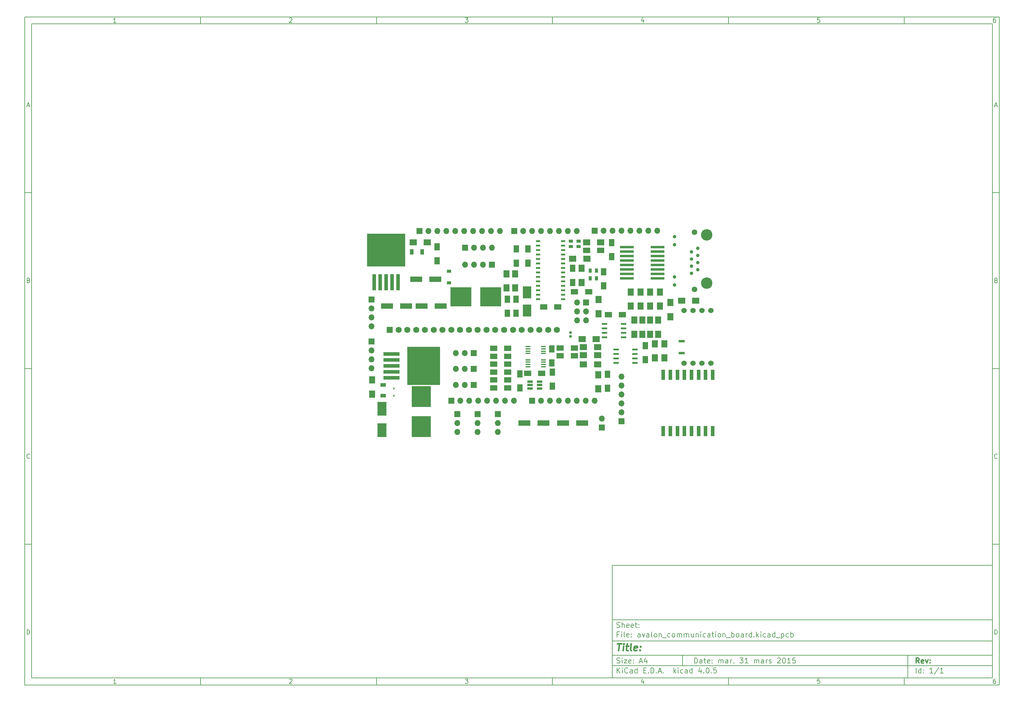
<source format=gts>
G04 #@! TF.FileFunction,Soldermask,Top*
%FSLAX46Y46*%
G04 Gerber Fmt 4.6, Leading zero omitted, Abs format (unit mm)*
G04 Created by KiCad (PCBNEW 4.0.5) date 03/17/18 13:35:14*
%MOMM*%
%LPD*%
G01*
G04 APERTURE LIST*
%ADD10C,0.100000*%
%ADD11C,0.150000*%
%ADD12C,0.300000*%
%ADD13C,0.400000*%
%ADD14R,3.500000X1.600000*%
%ADD15R,1.600000X2.000000*%
%ADD16R,2.000000X1.600000*%
%ADD17R,1.200000X0.900000*%
%ADD18R,1.143000X0.508000*%
%ADD19C,3.250000*%
%ADD20C,1.000000*%
%ADD21C,1.600000*%
%ADD22R,0.720000X0.720000*%
%ADD23R,2.000000X1.700000*%
%ADD24R,6.000000X5.500000*%
%ADD25R,1.700000X1.700000*%
%ADD26O,1.700000X1.700000*%
%ADD27R,1.750000X1.750000*%
%ADD28C,1.750000*%
%ADD29R,1.700000X2.000000*%
%ADD30R,0.900000X1.200000*%
%ADD31R,1.700000X0.800000*%
%ADD32R,4.000000X0.640000*%
%ADD33R,1.100000X4.600000*%
%ADD34R,10.800000X9.400000*%
%ADD35R,1.000000X3.000000*%
%ADD36R,1.560000X0.650000*%
%ADD37R,1.450000X0.450000*%
%ADD38R,1.550000X0.600000*%
%ADD39R,4.600000X1.100000*%
%ADD40R,9.400000X10.800000*%
%ADD41R,2.400000X3.500000*%
%ADD42R,2.500000X4.000000*%
%ADD43R,0.450000X0.600000*%
%ADD44R,5.500000X6.000000*%
%ADD45R,1.600000X1.000000*%
%ADD46R,1.000000X1.600000*%
%ADD47C,1.524000*%
G04 APERTURE END LIST*
D10*
D11*
X177002200Y-166007200D02*
X177002200Y-198007200D01*
X285002200Y-198007200D01*
X285002200Y-166007200D01*
X177002200Y-166007200D01*
D10*
D11*
X10000000Y-10000000D02*
X10000000Y-200007200D01*
X287002200Y-200007200D01*
X287002200Y-10000000D01*
X10000000Y-10000000D01*
D10*
D11*
X12000000Y-12000000D02*
X12000000Y-198007200D01*
X285002200Y-198007200D01*
X285002200Y-12000000D01*
X12000000Y-12000000D01*
D10*
D11*
X60000000Y-12000000D02*
X60000000Y-10000000D01*
D10*
D11*
X110000000Y-12000000D02*
X110000000Y-10000000D01*
D10*
D11*
X160000000Y-12000000D02*
X160000000Y-10000000D01*
D10*
D11*
X210000000Y-12000000D02*
X210000000Y-10000000D01*
D10*
D11*
X260000000Y-12000000D02*
X260000000Y-10000000D01*
D10*
D11*
X35990476Y-11588095D02*
X35247619Y-11588095D01*
X35619048Y-11588095D02*
X35619048Y-10288095D01*
X35495238Y-10473810D01*
X35371429Y-10597619D01*
X35247619Y-10659524D01*
D10*
D11*
X85247619Y-10411905D02*
X85309524Y-10350000D01*
X85433333Y-10288095D01*
X85742857Y-10288095D01*
X85866667Y-10350000D01*
X85928571Y-10411905D01*
X85990476Y-10535714D01*
X85990476Y-10659524D01*
X85928571Y-10845238D01*
X85185714Y-11588095D01*
X85990476Y-11588095D01*
D10*
D11*
X135185714Y-10288095D02*
X135990476Y-10288095D01*
X135557143Y-10783333D01*
X135742857Y-10783333D01*
X135866667Y-10845238D01*
X135928571Y-10907143D01*
X135990476Y-11030952D01*
X135990476Y-11340476D01*
X135928571Y-11464286D01*
X135866667Y-11526190D01*
X135742857Y-11588095D01*
X135371429Y-11588095D01*
X135247619Y-11526190D01*
X135185714Y-11464286D01*
D10*
D11*
X185866667Y-10721429D02*
X185866667Y-11588095D01*
X185557143Y-10226190D02*
X185247619Y-11154762D01*
X186052381Y-11154762D01*
D10*
D11*
X235928571Y-10288095D02*
X235309524Y-10288095D01*
X235247619Y-10907143D01*
X235309524Y-10845238D01*
X235433333Y-10783333D01*
X235742857Y-10783333D01*
X235866667Y-10845238D01*
X235928571Y-10907143D01*
X235990476Y-11030952D01*
X235990476Y-11340476D01*
X235928571Y-11464286D01*
X235866667Y-11526190D01*
X235742857Y-11588095D01*
X235433333Y-11588095D01*
X235309524Y-11526190D01*
X235247619Y-11464286D01*
D10*
D11*
X285866667Y-10288095D02*
X285619048Y-10288095D01*
X285495238Y-10350000D01*
X285433333Y-10411905D01*
X285309524Y-10597619D01*
X285247619Y-10845238D01*
X285247619Y-11340476D01*
X285309524Y-11464286D01*
X285371429Y-11526190D01*
X285495238Y-11588095D01*
X285742857Y-11588095D01*
X285866667Y-11526190D01*
X285928571Y-11464286D01*
X285990476Y-11340476D01*
X285990476Y-11030952D01*
X285928571Y-10907143D01*
X285866667Y-10845238D01*
X285742857Y-10783333D01*
X285495238Y-10783333D01*
X285371429Y-10845238D01*
X285309524Y-10907143D01*
X285247619Y-11030952D01*
D10*
D11*
X60000000Y-198007200D02*
X60000000Y-200007200D01*
D10*
D11*
X110000000Y-198007200D02*
X110000000Y-200007200D01*
D10*
D11*
X160000000Y-198007200D02*
X160000000Y-200007200D01*
D10*
D11*
X210000000Y-198007200D02*
X210000000Y-200007200D01*
D10*
D11*
X260000000Y-198007200D02*
X260000000Y-200007200D01*
D10*
D11*
X35990476Y-199595295D02*
X35247619Y-199595295D01*
X35619048Y-199595295D02*
X35619048Y-198295295D01*
X35495238Y-198481010D01*
X35371429Y-198604819D01*
X35247619Y-198666724D01*
D10*
D11*
X85247619Y-198419105D02*
X85309524Y-198357200D01*
X85433333Y-198295295D01*
X85742857Y-198295295D01*
X85866667Y-198357200D01*
X85928571Y-198419105D01*
X85990476Y-198542914D01*
X85990476Y-198666724D01*
X85928571Y-198852438D01*
X85185714Y-199595295D01*
X85990476Y-199595295D01*
D10*
D11*
X135185714Y-198295295D02*
X135990476Y-198295295D01*
X135557143Y-198790533D01*
X135742857Y-198790533D01*
X135866667Y-198852438D01*
X135928571Y-198914343D01*
X135990476Y-199038152D01*
X135990476Y-199347676D01*
X135928571Y-199471486D01*
X135866667Y-199533390D01*
X135742857Y-199595295D01*
X135371429Y-199595295D01*
X135247619Y-199533390D01*
X135185714Y-199471486D01*
D10*
D11*
X185866667Y-198728629D02*
X185866667Y-199595295D01*
X185557143Y-198233390D02*
X185247619Y-199161962D01*
X186052381Y-199161962D01*
D10*
D11*
X235928571Y-198295295D02*
X235309524Y-198295295D01*
X235247619Y-198914343D01*
X235309524Y-198852438D01*
X235433333Y-198790533D01*
X235742857Y-198790533D01*
X235866667Y-198852438D01*
X235928571Y-198914343D01*
X235990476Y-199038152D01*
X235990476Y-199347676D01*
X235928571Y-199471486D01*
X235866667Y-199533390D01*
X235742857Y-199595295D01*
X235433333Y-199595295D01*
X235309524Y-199533390D01*
X235247619Y-199471486D01*
D10*
D11*
X285866667Y-198295295D02*
X285619048Y-198295295D01*
X285495238Y-198357200D01*
X285433333Y-198419105D01*
X285309524Y-198604819D01*
X285247619Y-198852438D01*
X285247619Y-199347676D01*
X285309524Y-199471486D01*
X285371429Y-199533390D01*
X285495238Y-199595295D01*
X285742857Y-199595295D01*
X285866667Y-199533390D01*
X285928571Y-199471486D01*
X285990476Y-199347676D01*
X285990476Y-199038152D01*
X285928571Y-198914343D01*
X285866667Y-198852438D01*
X285742857Y-198790533D01*
X285495238Y-198790533D01*
X285371429Y-198852438D01*
X285309524Y-198914343D01*
X285247619Y-199038152D01*
D10*
D11*
X10000000Y-60000000D02*
X12000000Y-60000000D01*
D10*
D11*
X10000000Y-110000000D02*
X12000000Y-110000000D01*
D10*
D11*
X10000000Y-160000000D02*
X12000000Y-160000000D01*
D10*
D11*
X10690476Y-35216667D02*
X11309524Y-35216667D01*
X10566667Y-35588095D02*
X11000000Y-34288095D01*
X11433333Y-35588095D01*
D10*
D11*
X11092857Y-84907143D02*
X11278571Y-84969048D01*
X11340476Y-85030952D01*
X11402381Y-85154762D01*
X11402381Y-85340476D01*
X11340476Y-85464286D01*
X11278571Y-85526190D01*
X11154762Y-85588095D01*
X10659524Y-85588095D01*
X10659524Y-84288095D01*
X11092857Y-84288095D01*
X11216667Y-84350000D01*
X11278571Y-84411905D01*
X11340476Y-84535714D01*
X11340476Y-84659524D01*
X11278571Y-84783333D01*
X11216667Y-84845238D01*
X11092857Y-84907143D01*
X10659524Y-84907143D01*
D10*
D11*
X11402381Y-135464286D02*
X11340476Y-135526190D01*
X11154762Y-135588095D01*
X11030952Y-135588095D01*
X10845238Y-135526190D01*
X10721429Y-135402381D01*
X10659524Y-135278571D01*
X10597619Y-135030952D01*
X10597619Y-134845238D01*
X10659524Y-134597619D01*
X10721429Y-134473810D01*
X10845238Y-134350000D01*
X11030952Y-134288095D01*
X11154762Y-134288095D01*
X11340476Y-134350000D01*
X11402381Y-134411905D01*
D10*
D11*
X10659524Y-185588095D02*
X10659524Y-184288095D01*
X10969048Y-184288095D01*
X11154762Y-184350000D01*
X11278571Y-184473810D01*
X11340476Y-184597619D01*
X11402381Y-184845238D01*
X11402381Y-185030952D01*
X11340476Y-185278571D01*
X11278571Y-185402381D01*
X11154762Y-185526190D01*
X10969048Y-185588095D01*
X10659524Y-185588095D01*
D10*
D11*
X287002200Y-60000000D02*
X285002200Y-60000000D01*
D10*
D11*
X287002200Y-110000000D02*
X285002200Y-110000000D01*
D10*
D11*
X287002200Y-160000000D02*
X285002200Y-160000000D01*
D10*
D11*
X285692676Y-35216667D02*
X286311724Y-35216667D01*
X285568867Y-35588095D02*
X286002200Y-34288095D01*
X286435533Y-35588095D01*
D10*
D11*
X286095057Y-84907143D02*
X286280771Y-84969048D01*
X286342676Y-85030952D01*
X286404581Y-85154762D01*
X286404581Y-85340476D01*
X286342676Y-85464286D01*
X286280771Y-85526190D01*
X286156962Y-85588095D01*
X285661724Y-85588095D01*
X285661724Y-84288095D01*
X286095057Y-84288095D01*
X286218867Y-84350000D01*
X286280771Y-84411905D01*
X286342676Y-84535714D01*
X286342676Y-84659524D01*
X286280771Y-84783333D01*
X286218867Y-84845238D01*
X286095057Y-84907143D01*
X285661724Y-84907143D01*
D10*
D11*
X286404581Y-135464286D02*
X286342676Y-135526190D01*
X286156962Y-135588095D01*
X286033152Y-135588095D01*
X285847438Y-135526190D01*
X285723629Y-135402381D01*
X285661724Y-135278571D01*
X285599819Y-135030952D01*
X285599819Y-134845238D01*
X285661724Y-134597619D01*
X285723629Y-134473810D01*
X285847438Y-134350000D01*
X286033152Y-134288095D01*
X286156962Y-134288095D01*
X286342676Y-134350000D01*
X286404581Y-134411905D01*
D10*
D11*
X285661724Y-185588095D02*
X285661724Y-184288095D01*
X285971248Y-184288095D01*
X286156962Y-184350000D01*
X286280771Y-184473810D01*
X286342676Y-184597619D01*
X286404581Y-184845238D01*
X286404581Y-185030952D01*
X286342676Y-185278571D01*
X286280771Y-185402381D01*
X286156962Y-185526190D01*
X285971248Y-185588095D01*
X285661724Y-185588095D01*
D10*
D11*
X200359343Y-193785771D02*
X200359343Y-192285771D01*
X200716486Y-192285771D01*
X200930771Y-192357200D01*
X201073629Y-192500057D01*
X201145057Y-192642914D01*
X201216486Y-192928629D01*
X201216486Y-193142914D01*
X201145057Y-193428629D01*
X201073629Y-193571486D01*
X200930771Y-193714343D01*
X200716486Y-193785771D01*
X200359343Y-193785771D01*
X202502200Y-193785771D02*
X202502200Y-193000057D01*
X202430771Y-192857200D01*
X202287914Y-192785771D01*
X202002200Y-192785771D01*
X201859343Y-192857200D01*
X202502200Y-193714343D02*
X202359343Y-193785771D01*
X202002200Y-193785771D01*
X201859343Y-193714343D01*
X201787914Y-193571486D01*
X201787914Y-193428629D01*
X201859343Y-193285771D01*
X202002200Y-193214343D01*
X202359343Y-193214343D01*
X202502200Y-193142914D01*
X203002200Y-192785771D02*
X203573629Y-192785771D01*
X203216486Y-192285771D02*
X203216486Y-193571486D01*
X203287914Y-193714343D01*
X203430772Y-193785771D01*
X203573629Y-193785771D01*
X204645057Y-193714343D02*
X204502200Y-193785771D01*
X204216486Y-193785771D01*
X204073629Y-193714343D01*
X204002200Y-193571486D01*
X204002200Y-193000057D01*
X204073629Y-192857200D01*
X204216486Y-192785771D01*
X204502200Y-192785771D01*
X204645057Y-192857200D01*
X204716486Y-193000057D01*
X204716486Y-193142914D01*
X204002200Y-193285771D01*
X205359343Y-193642914D02*
X205430771Y-193714343D01*
X205359343Y-193785771D01*
X205287914Y-193714343D01*
X205359343Y-193642914D01*
X205359343Y-193785771D01*
X205359343Y-192857200D02*
X205430771Y-192928629D01*
X205359343Y-193000057D01*
X205287914Y-192928629D01*
X205359343Y-192857200D01*
X205359343Y-193000057D01*
X207216486Y-193785771D02*
X207216486Y-192785771D01*
X207216486Y-192928629D02*
X207287914Y-192857200D01*
X207430772Y-192785771D01*
X207645057Y-192785771D01*
X207787914Y-192857200D01*
X207859343Y-193000057D01*
X207859343Y-193785771D01*
X207859343Y-193000057D02*
X207930772Y-192857200D01*
X208073629Y-192785771D01*
X208287914Y-192785771D01*
X208430772Y-192857200D01*
X208502200Y-193000057D01*
X208502200Y-193785771D01*
X209859343Y-193785771D02*
X209859343Y-193000057D01*
X209787914Y-192857200D01*
X209645057Y-192785771D01*
X209359343Y-192785771D01*
X209216486Y-192857200D01*
X209859343Y-193714343D02*
X209716486Y-193785771D01*
X209359343Y-193785771D01*
X209216486Y-193714343D01*
X209145057Y-193571486D01*
X209145057Y-193428629D01*
X209216486Y-193285771D01*
X209359343Y-193214343D01*
X209716486Y-193214343D01*
X209859343Y-193142914D01*
X210573629Y-193785771D02*
X210573629Y-192785771D01*
X210573629Y-193071486D02*
X210645057Y-192928629D01*
X210716486Y-192857200D01*
X210859343Y-192785771D01*
X211002200Y-192785771D01*
X211502200Y-193642914D02*
X211573628Y-193714343D01*
X211502200Y-193785771D01*
X211430771Y-193714343D01*
X211502200Y-193642914D01*
X211502200Y-193785771D01*
X213216486Y-192285771D02*
X214145057Y-192285771D01*
X213645057Y-192857200D01*
X213859343Y-192857200D01*
X214002200Y-192928629D01*
X214073629Y-193000057D01*
X214145057Y-193142914D01*
X214145057Y-193500057D01*
X214073629Y-193642914D01*
X214002200Y-193714343D01*
X213859343Y-193785771D01*
X213430771Y-193785771D01*
X213287914Y-193714343D01*
X213216486Y-193642914D01*
X215573628Y-193785771D02*
X214716485Y-193785771D01*
X215145057Y-193785771D02*
X215145057Y-192285771D01*
X215002200Y-192500057D01*
X214859342Y-192642914D01*
X214716485Y-192714343D01*
X217359342Y-193785771D02*
X217359342Y-192785771D01*
X217359342Y-192928629D02*
X217430770Y-192857200D01*
X217573628Y-192785771D01*
X217787913Y-192785771D01*
X217930770Y-192857200D01*
X218002199Y-193000057D01*
X218002199Y-193785771D01*
X218002199Y-193000057D02*
X218073628Y-192857200D01*
X218216485Y-192785771D01*
X218430770Y-192785771D01*
X218573628Y-192857200D01*
X218645056Y-193000057D01*
X218645056Y-193785771D01*
X220002199Y-193785771D02*
X220002199Y-193000057D01*
X219930770Y-192857200D01*
X219787913Y-192785771D01*
X219502199Y-192785771D01*
X219359342Y-192857200D01*
X220002199Y-193714343D02*
X219859342Y-193785771D01*
X219502199Y-193785771D01*
X219359342Y-193714343D01*
X219287913Y-193571486D01*
X219287913Y-193428629D01*
X219359342Y-193285771D01*
X219502199Y-193214343D01*
X219859342Y-193214343D01*
X220002199Y-193142914D01*
X220716485Y-193785771D02*
X220716485Y-192785771D01*
X220716485Y-193071486D02*
X220787913Y-192928629D01*
X220859342Y-192857200D01*
X221002199Y-192785771D01*
X221145056Y-192785771D01*
X221573627Y-193714343D02*
X221716484Y-193785771D01*
X222002199Y-193785771D01*
X222145056Y-193714343D01*
X222216484Y-193571486D01*
X222216484Y-193500057D01*
X222145056Y-193357200D01*
X222002199Y-193285771D01*
X221787913Y-193285771D01*
X221645056Y-193214343D01*
X221573627Y-193071486D01*
X221573627Y-193000057D01*
X221645056Y-192857200D01*
X221787913Y-192785771D01*
X222002199Y-192785771D01*
X222145056Y-192857200D01*
X223930770Y-192428629D02*
X224002199Y-192357200D01*
X224145056Y-192285771D01*
X224502199Y-192285771D01*
X224645056Y-192357200D01*
X224716485Y-192428629D01*
X224787913Y-192571486D01*
X224787913Y-192714343D01*
X224716485Y-192928629D01*
X223859342Y-193785771D01*
X224787913Y-193785771D01*
X225716484Y-192285771D02*
X225859341Y-192285771D01*
X226002198Y-192357200D01*
X226073627Y-192428629D01*
X226145056Y-192571486D01*
X226216484Y-192857200D01*
X226216484Y-193214343D01*
X226145056Y-193500057D01*
X226073627Y-193642914D01*
X226002198Y-193714343D01*
X225859341Y-193785771D01*
X225716484Y-193785771D01*
X225573627Y-193714343D01*
X225502198Y-193642914D01*
X225430770Y-193500057D01*
X225359341Y-193214343D01*
X225359341Y-192857200D01*
X225430770Y-192571486D01*
X225502198Y-192428629D01*
X225573627Y-192357200D01*
X225716484Y-192285771D01*
X227645055Y-193785771D02*
X226787912Y-193785771D01*
X227216484Y-193785771D02*
X227216484Y-192285771D01*
X227073627Y-192500057D01*
X226930769Y-192642914D01*
X226787912Y-192714343D01*
X229002198Y-192285771D02*
X228287912Y-192285771D01*
X228216483Y-193000057D01*
X228287912Y-192928629D01*
X228430769Y-192857200D01*
X228787912Y-192857200D01*
X228930769Y-192928629D01*
X229002198Y-193000057D01*
X229073626Y-193142914D01*
X229073626Y-193500057D01*
X229002198Y-193642914D01*
X228930769Y-193714343D01*
X228787912Y-193785771D01*
X228430769Y-193785771D01*
X228287912Y-193714343D01*
X228216483Y-193642914D01*
D10*
D11*
X177002200Y-194507200D02*
X285002200Y-194507200D01*
D10*
D11*
X178359343Y-196585771D02*
X178359343Y-195085771D01*
X179216486Y-196585771D02*
X178573629Y-195728629D01*
X179216486Y-195085771D02*
X178359343Y-195942914D01*
X179859343Y-196585771D02*
X179859343Y-195585771D01*
X179859343Y-195085771D02*
X179787914Y-195157200D01*
X179859343Y-195228629D01*
X179930771Y-195157200D01*
X179859343Y-195085771D01*
X179859343Y-195228629D01*
X181430772Y-196442914D02*
X181359343Y-196514343D01*
X181145057Y-196585771D01*
X181002200Y-196585771D01*
X180787915Y-196514343D01*
X180645057Y-196371486D01*
X180573629Y-196228629D01*
X180502200Y-195942914D01*
X180502200Y-195728629D01*
X180573629Y-195442914D01*
X180645057Y-195300057D01*
X180787915Y-195157200D01*
X181002200Y-195085771D01*
X181145057Y-195085771D01*
X181359343Y-195157200D01*
X181430772Y-195228629D01*
X182716486Y-196585771D02*
X182716486Y-195800057D01*
X182645057Y-195657200D01*
X182502200Y-195585771D01*
X182216486Y-195585771D01*
X182073629Y-195657200D01*
X182716486Y-196514343D02*
X182573629Y-196585771D01*
X182216486Y-196585771D01*
X182073629Y-196514343D01*
X182002200Y-196371486D01*
X182002200Y-196228629D01*
X182073629Y-196085771D01*
X182216486Y-196014343D01*
X182573629Y-196014343D01*
X182716486Y-195942914D01*
X184073629Y-196585771D02*
X184073629Y-195085771D01*
X184073629Y-196514343D02*
X183930772Y-196585771D01*
X183645058Y-196585771D01*
X183502200Y-196514343D01*
X183430772Y-196442914D01*
X183359343Y-196300057D01*
X183359343Y-195871486D01*
X183430772Y-195728629D01*
X183502200Y-195657200D01*
X183645058Y-195585771D01*
X183930772Y-195585771D01*
X184073629Y-195657200D01*
X185930772Y-195800057D02*
X186430772Y-195800057D01*
X186645058Y-196585771D02*
X185930772Y-196585771D01*
X185930772Y-195085771D01*
X186645058Y-195085771D01*
X187287915Y-196442914D02*
X187359343Y-196514343D01*
X187287915Y-196585771D01*
X187216486Y-196514343D01*
X187287915Y-196442914D01*
X187287915Y-196585771D01*
X188002201Y-196585771D02*
X188002201Y-195085771D01*
X188359344Y-195085771D01*
X188573629Y-195157200D01*
X188716487Y-195300057D01*
X188787915Y-195442914D01*
X188859344Y-195728629D01*
X188859344Y-195942914D01*
X188787915Y-196228629D01*
X188716487Y-196371486D01*
X188573629Y-196514343D01*
X188359344Y-196585771D01*
X188002201Y-196585771D01*
X189502201Y-196442914D02*
X189573629Y-196514343D01*
X189502201Y-196585771D01*
X189430772Y-196514343D01*
X189502201Y-196442914D01*
X189502201Y-196585771D01*
X190145058Y-196157200D02*
X190859344Y-196157200D01*
X190002201Y-196585771D02*
X190502201Y-195085771D01*
X191002201Y-196585771D01*
X191502201Y-196442914D02*
X191573629Y-196514343D01*
X191502201Y-196585771D01*
X191430772Y-196514343D01*
X191502201Y-196442914D01*
X191502201Y-196585771D01*
X194502201Y-196585771D02*
X194502201Y-195085771D01*
X194645058Y-196014343D02*
X195073629Y-196585771D01*
X195073629Y-195585771D02*
X194502201Y-196157200D01*
X195716487Y-196585771D02*
X195716487Y-195585771D01*
X195716487Y-195085771D02*
X195645058Y-195157200D01*
X195716487Y-195228629D01*
X195787915Y-195157200D01*
X195716487Y-195085771D01*
X195716487Y-195228629D01*
X197073630Y-196514343D02*
X196930773Y-196585771D01*
X196645059Y-196585771D01*
X196502201Y-196514343D01*
X196430773Y-196442914D01*
X196359344Y-196300057D01*
X196359344Y-195871486D01*
X196430773Y-195728629D01*
X196502201Y-195657200D01*
X196645059Y-195585771D01*
X196930773Y-195585771D01*
X197073630Y-195657200D01*
X198359344Y-196585771D02*
X198359344Y-195800057D01*
X198287915Y-195657200D01*
X198145058Y-195585771D01*
X197859344Y-195585771D01*
X197716487Y-195657200D01*
X198359344Y-196514343D02*
X198216487Y-196585771D01*
X197859344Y-196585771D01*
X197716487Y-196514343D01*
X197645058Y-196371486D01*
X197645058Y-196228629D01*
X197716487Y-196085771D01*
X197859344Y-196014343D01*
X198216487Y-196014343D01*
X198359344Y-195942914D01*
X199716487Y-196585771D02*
X199716487Y-195085771D01*
X199716487Y-196514343D02*
X199573630Y-196585771D01*
X199287916Y-196585771D01*
X199145058Y-196514343D01*
X199073630Y-196442914D01*
X199002201Y-196300057D01*
X199002201Y-195871486D01*
X199073630Y-195728629D01*
X199145058Y-195657200D01*
X199287916Y-195585771D01*
X199573630Y-195585771D01*
X199716487Y-195657200D01*
X202216487Y-195585771D02*
X202216487Y-196585771D01*
X201859344Y-195014343D02*
X201502201Y-196085771D01*
X202430773Y-196085771D01*
X203002201Y-196442914D02*
X203073629Y-196514343D01*
X203002201Y-196585771D01*
X202930772Y-196514343D01*
X203002201Y-196442914D01*
X203002201Y-196585771D01*
X204002201Y-195085771D02*
X204145058Y-195085771D01*
X204287915Y-195157200D01*
X204359344Y-195228629D01*
X204430773Y-195371486D01*
X204502201Y-195657200D01*
X204502201Y-196014343D01*
X204430773Y-196300057D01*
X204359344Y-196442914D01*
X204287915Y-196514343D01*
X204145058Y-196585771D01*
X204002201Y-196585771D01*
X203859344Y-196514343D01*
X203787915Y-196442914D01*
X203716487Y-196300057D01*
X203645058Y-196014343D01*
X203645058Y-195657200D01*
X203716487Y-195371486D01*
X203787915Y-195228629D01*
X203859344Y-195157200D01*
X204002201Y-195085771D01*
X205145058Y-196442914D02*
X205216486Y-196514343D01*
X205145058Y-196585771D01*
X205073629Y-196514343D01*
X205145058Y-196442914D01*
X205145058Y-196585771D01*
X206573630Y-195085771D02*
X205859344Y-195085771D01*
X205787915Y-195800057D01*
X205859344Y-195728629D01*
X206002201Y-195657200D01*
X206359344Y-195657200D01*
X206502201Y-195728629D01*
X206573630Y-195800057D01*
X206645058Y-195942914D01*
X206645058Y-196300057D01*
X206573630Y-196442914D01*
X206502201Y-196514343D01*
X206359344Y-196585771D01*
X206002201Y-196585771D01*
X205859344Y-196514343D01*
X205787915Y-196442914D01*
D10*
D11*
X177002200Y-191507200D02*
X285002200Y-191507200D01*
D10*
D12*
X264216486Y-193785771D02*
X263716486Y-193071486D01*
X263359343Y-193785771D02*
X263359343Y-192285771D01*
X263930771Y-192285771D01*
X264073629Y-192357200D01*
X264145057Y-192428629D01*
X264216486Y-192571486D01*
X264216486Y-192785771D01*
X264145057Y-192928629D01*
X264073629Y-193000057D01*
X263930771Y-193071486D01*
X263359343Y-193071486D01*
X265430771Y-193714343D02*
X265287914Y-193785771D01*
X265002200Y-193785771D01*
X264859343Y-193714343D01*
X264787914Y-193571486D01*
X264787914Y-193000057D01*
X264859343Y-192857200D01*
X265002200Y-192785771D01*
X265287914Y-192785771D01*
X265430771Y-192857200D01*
X265502200Y-193000057D01*
X265502200Y-193142914D01*
X264787914Y-193285771D01*
X266002200Y-192785771D02*
X266359343Y-193785771D01*
X266716485Y-192785771D01*
X267287914Y-193642914D02*
X267359342Y-193714343D01*
X267287914Y-193785771D01*
X267216485Y-193714343D01*
X267287914Y-193642914D01*
X267287914Y-193785771D01*
X267287914Y-192857200D02*
X267359342Y-192928629D01*
X267287914Y-193000057D01*
X267216485Y-192928629D01*
X267287914Y-192857200D01*
X267287914Y-193000057D01*
D10*
D11*
X178287914Y-193714343D02*
X178502200Y-193785771D01*
X178859343Y-193785771D01*
X179002200Y-193714343D01*
X179073629Y-193642914D01*
X179145057Y-193500057D01*
X179145057Y-193357200D01*
X179073629Y-193214343D01*
X179002200Y-193142914D01*
X178859343Y-193071486D01*
X178573629Y-193000057D01*
X178430771Y-192928629D01*
X178359343Y-192857200D01*
X178287914Y-192714343D01*
X178287914Y-192571486D01*
X178359343Y-192428629D01*
X178430771Y-192357200D01*
X178573629Y-192285771D01*
X178930771Y-192285771D01*
X179145057Y-192357200D01*
X179787914Y-193785771D02*
X179787914Y-192785771D01*
X179787914Y-192285771D02*
X179716485Y-192357200D01*
X179787914Y-192428629D01*
X179859342Y-192357200D01*
X179787914Y-192285771D01*
X179787914Y-192428629D01*
X180359343Y-192785771D02*
X181145057Y-192785771D01*
X180359343Y-193785771D01*
X181145057Y-193785771D01*
X182287914Y-193714343D02*
X182145057Y-193785771D01*
X181859343Y-193785771D01*
X181716486Y-193714343D01*
X181645057Y-193571486D01*
X181645057Y-193000057D01*
X181716486Y-192857200D01*
X181859343Y-192785771D01*
X182145057Y-192785771D01*
X182287914Y-192857200D01*
X182359343Y-193000057D01*
X182359343Y-193142914D01*
X181645057Y-193285771D01*
X183002200Y-193642914D02*
X183073628Y-193714343D01*
X183002200Y-193785771D01*
X182930771Y-193714343D01*
X183002200Y-193642914D01*
X183002200Y-193785771D01*
X183002200Y-192857200D02*
X183073628Y-192928629D01*
X183002200Y-193000057D01*
X182930771Y-192928629D01*
X183002200Y-192857200D01*
X183002200Y-193000057D01*
X184787914Y-193357200D02*
X185502200Y-193357200D01*
X184645057Y-193785771D02*
X185145057Y-192285771D01*
X185645057Y-193785771D01*
X186787914Y-192785771D02*
X186787914Y-193785771D01*
X186430771Y-192214343D02*
X186073628Y-193285771D01*
X187002200Y-193285771D01*
D10*
D11*
X263359343Y-196585771D02*
X263359343Y-195085771D01*
X264716486Y-196585771D02*
X264716486Y-195085771D01*
X264716486Y-196514343D02*
X264573629Y-196585771D01*
X264287915Y-196585771D01*
X264145057Y-196514343D01*
X264073629Y-196442914D01*
X264002200Y-196300057D01*
X264002200Y-195871486D01*
X264073629Y-195728629D01*
X264145057Y-195657200D01*
X264287915Y-195585771D01*
X264573629Y-195585771D01*
X264716486Y-195657200D01*
X265430772Y-196442914D02*
X265502200Y-196514343D01*
X265430772Y-196585771D01*
X265359343Y-196514343D01*
X265430772Y-196442914D01*
X265430772Y-196585771D01*
X265430772Y-195657200D02*
X265502200Y-195728629D01*
X265430772Y-195800057D01*
X265359343Y-195728629D01*
X265430772Y-195657200D01*
X265430772Y-195800057D01*
X268073629Y-196585771D02*
X267216486Y-196585771D01*
X267645058Y-196585771D02*
X267645058Y-195085771D01*
X267502201Y-195300057D01*
X267359343Y-195442914D01*
X267216486Y-195514343D01*
X269787914Y-195014343D02*
X268502200Y-196942914D01*
X271073629Y-196585771D02*
X270216486Y-196585771D01*
X270645058Y-196585771D02*
X270645058Y-195085771D01*
X270502201Y-195300057D01*
X270359343Y-195442914D01*
X270216486Y-195514343D01*
D10*
D11*
X177002200Y-187507200D02*
X285002200Y-187507200D01*
D10*
D13*
X178454581Y-188211962D02*
X179597438Y-188211962D01*
X178776010Y-190211962D02*
X179026010Y-188211962D01*
X180014105Y-190211962D02*
X180180771Y-188878629D01*
X180264105Y-188211962D02*
X180156962Y-188307200D01*
X180240295Y-188402438D01*
X180347439Y-188307200D01*
X180264105Y-188211962D01*
X180240295Y-188402438D01*
X180847438Y-188878629D02*
X181609343Y-188878629D01*
X181216486Y-188211962D02*
X181002200Y-189926248D01*
X181073630Y-190116724D01*
X181252201Y-190211962D01*
X181442677Y-190211962D01*
X182395058Y-190211962D02*
X182216487Y-190116724D01*
X182145057Y-189926248D01*
X182359343Y-188211962D01*
X183930772Y-190116724D02*
X183728391Y-190211962D01*
X183347439Y-190211962D01*
X183168867Y-190116724D01*
X183097438Y-189926248D01*
X183192676Y-189164343D01*
X183311724Y-188973867D01*
X183514105Y-188878629D01*
X183895057Y-188878629D01*
X184073629Y-188973867D01*
X184145057Y-189164343D01*
X184121248Y-189354819D01*
X183145057Y-189545295D01*
X184895057Y-190021486D02*
X184978392Y-190116724D01*
X184871248Y-190211962D01*
X184787915Y-190116724D01*
X184895057Y-190021486D01*
X184871248Y-190211962D01*
X185026010Y-188973867D02*
X185109344Y-189069105D01*
X185002200Y-189164343D01*
X184918867Y-189069105D01*
X185026010Y-188973867D01*
X185002200Y-189164343D01*
D10*
D11*
X178859343Y-185600057D02*
X178359343Y-185600057D01*
X178359343Y-186385771D02*
X178359343Y-184885771D01*
X179073629Y-184885771D01*
X179645057Y-186385771D02*
X179645057Y-185385771D01*
X179645057Y-184885771D02*
X179573628Y-184957200D01*
X179645057Y-185028629D01*
X179716485Y-184957200D01*
X179645057Y-184885771D01*
X179645057Y-185028629D01*
X180573629Y-186385771D02*
X180430771Y-186314343D01*
X180359343Y-186171486D01*
X180359343Y-184885771D01*
X181716485Y-186314343D02*
X181573628Y-186385771D01*
X181287914Y-186385771D01*
X181145057Y-186314343D01*
X181073628Y-186171486D01*
X181073628Y-185600057D01*
X181145057Y-185457200D01*
X181287914Y-185385771D01*
X181573628Y-185385771D01*
X181716485Y-185457200D01*
X181787914Y-185600057D01*
X181787914Y-185742914D01*
X181073628Y-185885771D01*
X182430771Y-186242914D02*
X182502199Y-186314343D01*
X182430771Y-186385771D01*
X182359342Y-186314343D01*
X182430771Y-186242914D01*
X182430771Y-186385771D01*
X182430771Y-185457200D02*
X182502199Y-185528629D01*
X182430771Y-185600057D01*
X182359342Y-185528629D01*
X182430771Y-185457200D01*
X182430771Y-185600057D01*
X184930771Y-186385771D02*
X184930771Y-185600057D01*
X184859342Y-185457200D01*
X184716485Y-185385771D01*
X184430771Y-185385771D01*
X184287914Y-185457200D01*
X184930771Y-186314343D02*
X184787914Y-186385771D01*
X184430771Y-186385771D01*
X184287914Y-186314343D01*
X184216485Y-186171486D01*
X184216485Y-186028629D01*
X184287914Y-185885771D01*
X184430771Y-185814343D01*
X184787914Y-185814343D01*
X184930771Y-185742914D01*
X185502200Y-185385771D02*
X185859343Y-186385771D01*
X186216485Y-185385771D01*
X187430771Y-186385771D02*
X187430771Y-185600057D01*
X187359342Y-185457200D01*
X187216485Y-185385771D01*
X186930771Y-185385771D01*
X186787914Y-185457200D01*
X187430771Y-186314343D02*
X187287914Y-186385771D01*
X186930771Y-186385771D01*
X186787914Y-186314343D01*
X186716485Y-186171486D01*
X186716485Y-186028629D01*
X186787914Y-185885771D01*
X186930771Y-185814343D01*
X187287914Y-185814343D01*
X187430771Y-185742914D01*
X188359343Y-186385771D02*
X188216485Y-186314343D01*
X188145057Y-186171486D01*
X188145057Y-184885771D01*
X189145057Y-186385771D02*
X189002199Y-186314343D01*
X188930771Y-186242914D01*
X188859342Y-186100057D01*
X188859342Y-185671486D01*
X188930771Y-185528629D01*
X189002199Y-185457200D01*
X189145057Y-185385771D01*
X189359342Y-185385771D01*
X189502199Y-185457200D01*
X189573628Y-185528629D01*
X189645057Y-185671486D01*
X189645057Y-186100057D01*
X189573628Y-186242914D01*
X189502199Y-186314343D01*
X189359342Y-186385771D01*
X189145057Y-186385771D01*
X190287914Y-185385771D02*
X190287914Y-186385771D01*
X190287914Y-185528629D02*
X190359342Y-185457200D01*
X190502200Y-185385771D01*
X190716485Y-185385771D01*
X190859342Y-185457200D01*
X190930771Y-185600057D01*
X190930771Y-186385771D01*
X191287914Y-186528629D02*
X192430771Y-186528629D01*
X193430771Y-186314343D02*
X193287914Y-186385771D01*
X193002200Y-186385771D01*
X192859342Y-186314343D01*
X192787914Y-186242914D01*
X192716485Y-186100057D01*
X192716485Y-185671486D01*
X192787914Y-185528629D01*
X192859342Y-185457200D01*
X193002200Y-185385771D01*
X193287914Y-185385771D01*
X193430771Y-185457200D01*
X194287914Y-186385771D02*
X194145056Y-186314343D01*
X194073628Y-186242914D01*
X194002199Y-186100057D01*
X194002199Y-185671486D01*
X194073628Y-185528629D01*
X194145056Y-185457200D01*
X194287914Y-185385771D01*
X194502199Y-185385771D01*
X194645056Y-185457200D01*
X194716485Y-185528629D01*
X194787914Y-185671486D01*
X194787914Y-186100057D01*
X194716485Y-186242914D01*
X194645056Y-186314343D01*
X194502199Y-186385771D01*
X194287914Y-186385771D01*
X195430771Y-186385771D02*
X195430771Y-185385771D01*
X195430771Y-185528629D02*
X195502199Y-185457200D01*
X195645057Y-185385771D01*
X195859342Y-185385771D01*
X196002199Y-185457200D01*
X196073628Y-185600057D01*
X196073628Y-186385771D01*
X196073628Y-185600057D02*
X196145057Y-185457200D01*
X196287914Y-185385771D01*
X196502199Y-185385771D01*
X196645057Y-185457200D01*
X196716485Y-185600057D01*
X196716485Y-186385771D01*
X197430771Y-186385771D02*
X197430771Y-185385771D01*
X197430771Y-185528629D02*
X197502199Y-185457200D01*
X197645057Y-185385771D01*
X197859342Y-185385771D01*
X198002199Y-185457200D01*
X198073628Y-185600057D01*
X198073628Y-186385771D01*
X198073628Y-185600057D02*
X198145057Y-185457200D01*
X198287914Y-185385771D01*
X198502199Y-185385771D01*
X198645057Y-185457200D01*
X198716485Y-185600057D01*
X198716485Y-186385771D01*
X200073628Y-185385771D02*
X200073628Y-186385771D01*
X199430771Y-185385771D02*
X199430771Y-186171486D01*
X199502199Y-186314343D01*
X199645057Y-186385771D01*
X199859342Y-186385771D01*
X200002199Y-186314343D01*
X200073628Y-186242914D01*
X200787914Y-185385771D02*
X200787914Y-186385771D01*
X200787914Y-185528629D02*
X200859342Y-185457200D01*
X201002200Y-185385771D01*
X201216485Y-185385771D01*
X201359342Y-185457200D01*
X201430771Y-185600057D01*
X201430771Y-186385771D01*
X202145057Y-186385771D02*
X202145057Y-185385771D01*
X202145057Y-184885771D02*
X202073628Y-184957200D01*
X202145057Y-185028629D01*
X202216485Y-184957200D01*
X202145057Y-184885771D01*
X202145057Y-185028629D01*
X203502200Y-186314343D02*
X203359343Y-186385771D01*
X203073629Y-186385771D01*
X202930771Y-186314343D01*
X202859343Y-186242914D01*
X202787914Y-186100057D01*
X202787914Y-185671486D01*
X202859343Y-185528629D01*
X202930771Y-185457200D01*
X203073629Y-185385771D01*
X203359343Y-185385771D01*
X203502200Y-185457200D01*
X204787914Y-186385771D02*
X204787914Y-185600057D01*
X204716485Y-185457200D01*
X204573628Y-185385771D01*
X204287914Y-185385771D01*
X204145057Y-185457200D01*
X204787914Y-186314343D02*
X204645057Y-186385771D01*
X204287914Y-186385771D01*
X204145057Y-186314343D01*
X204073628Y-186171486D01*
X204073628Y-186028629D01*
X204145057Y-185885771D01*
X204287914Y-185814343D01*
X204645057Y-185814343D01*
X204787914Y-185742914D01*
X205287914Y-185385771D02*
X205859343Y-185385771D01*
X205502200Y-184885771D02*
X205502200Y-186171486D01*
X205573628Y-186314343D01*
X205716486Y-186385771D01*
X205859343Y-186385771D01*
X206359343Y-186385771D02*
X206359343Y-185385771D01*
X206359343Y-184885771D02*
X206287914Y-184957200D01*
X206359343Y-185028629D01*
X206430771Y-184957200D01*
X206359343Y-184885771D01*
X206359343Y-185028629D01*
X207287915Y-186385771D02*
X207145057Y-186314343D01*
X207073629Y-186242914D01*
X207002200Y-186100057D01*
X207002200Y-185671486D01*
X207073629Y-185528629D01*
X207145057Y-185457200D01*
X207287915Y-185385771D01*
X207502200Y-185385771D01*
X207645057Y-185457200D01*
X207716486Y-185528629D01*
X207787915Y-185671486D01*
X207787915Y-186100057D01*
X207716486Y-186242914D01*
X207645057Y-186314343D01*
X207502200Y-186385771D01*
X207287915Y-186385771D01*
X208430772Y-185385771D02*
X208430772Y-186385771D01*
X208430772Y-185528629D02*
X208502200Y-185457200D01*
X208645058Y-185385771D01*
X208859343Y-185385771D01*
X209002200Y-185457200D01*
X209073629Y-185600057D01*
X209073629Y-186385771D01*
X209430772Y-186528629D02*
X210573629Y-186528629D01*
X210930772Y-186385771D02*
X210930772Y-184885771D01*
X210930772Y-185457200D02*
X211073629Y-185385771D01*
X211359343Y-185385771D01*
X211502200Y-185457200D01*
X211573629Y-185528629D01*
X211645058Y-185671486D01*
X211645058Y-186100057D01*
X211573629Y-186242914D01*
X211502200Y-186314343D01*
X211359343Y-186385771D01*
X211073629Y-186385771D01*
X210930772Y-186314343D01*
X212502201Y-186385771D02*
X212359343Y-186314343D01*
X212287915Y-186242914D01*
X212216486Y-186100057D01*
X212216486Y-185671486D01*
X212287915Y-185528629D01*
X212359343Y-185457200D01*
X212502201Y-185385771D01*
X212716486Y-185385771D01*
X212859343Y-185457200D01*
X212930772Y-185528629D01*
X213002201Y-185671486D01*
X213002201Y-186100057D01*
X212930772Y-186242914D01*
X212859343Y-186314343D01*
X212716486Y-186385771D01*
X212502201Y-186385771D01*
X214287915Y-186385771D02*
X214287915Y-185600057D01*
X214216486Y-185457200D01*
X214073629Y-185385771D01*
X213787915Y-185385771D01*
X213645058Y-185457200D01*
X214287915Y-186314343D02*
X214145058Y-186385771D01*
X213787915Y-186385771D01*
X213645058Y-186314343D01*
X213573629Y-186171486D01*
X213573629Y-186028629D01*
X213645058Y-185885771D01*
X213787915Y-185814343D01*
X214145058Y-185814343D01*
X214287915Y-185742914D01*
X215002201Y-186385771D02*
X215002201Y-185385771D01*
X215002201Y-185671486D02*
X215073629Y-185528629D01*
X215145058Y-185457200D01*
X215287915Y-185385771D01*
X215430772Y-185385771D01*
X216573629Y-186385771D02*
X216573629Y-184885771D01*
X216573629Y-186314343D02*
X216430772Y-186385771D01*
X216145058Y-186385771D01*
X216002200Y-186314343D01*
X215930772Y-186242914D01*
X215859343Y-186100057D01*
X215859343Y-185671486D01*
X215930772Y-185528629D01*
X216002200Y-185457200D01*
X216145058Y-185385771D01*
X216430772Y-185385771D01*
X216573629Y-185457200D01*
X217287915Y-186242914D02*
X217359343Y-186314343D01*
X217287915Y-186385771D01*
X217216486Y-186314343D01*
X217287915Y-186242914D01*
X217287915Y-186385771D01*
X218002201Y-186385771D02*
X218002201Y-184885771D01*
X218145058Y-185814343D02*
X218573629Y-186385771D01*
X218573629Y-185385771D02*
X218002201Y-185957200D01*
X219216487Y-186385771D02*
X219216487Y-185385771D01*
X219216487Y-184885771D02*
X219145058Y-184957200D01*
X219216487Y-185028629D01*
X219287915Y-184957200D01*
X219216487Y-184885771D01*
X219216487Y-185028629D01*
X220573630Y-186314343D02*
X220430773Y-186385771D01*
X220145059Y-186385771D01*
X220002201Y-186314343D01*
X219930773Y-186242914D01*
X219859344Y-186100057D01*
X219859344Y-185671486D01*
X219930773Y-185528629D01*
X220002201Y-185457200D01*
X220145059Y-185385771D01*
X220430773Y-185385771D01*
X220573630Y-185457200D01*
X221859344Y-186385771D02*
X221859344Y-185600057D01*
X221787915Y-185457200D01*
X221645058Y-185385771D01*
X221359344Y-185385771D01*
X221216487Y-185457200D01*
X221859344Y-186314343D02*
X221716487Y-186385771D01*
X221359344Y-186385771D01*
X221216487Y-186314343D01*
X221145058Y-186171486D01*
X221145058Y-186028629D01*
X221216487Y-185885771D01*
X221359344Y-185814343D01*
X221716487Y-185814343D01*
X221859344Y-185742914D01*
X223216487Y-186385771D02*
X223216487Y-184885771D01*
X223216487Y-186314343D02*
X223073630Y-186385771D01*
X222787916Y-186385771D01*
X222645058Y-186314343D01*
X222573630Y-186242914D01*
X222502201Y-186100057D01*
X222502201Y-185671486D01*
X222573630Y-185528629D01*
X222645058Y-185457200D01*
X222787916Y-185385771D01*
X223073630Y-185385771D01*
X223216487Y-185457200D01*
X223573630Y-186528629D02*
X224716487Y-186528629D01*
X225073630Y-185385771D02*
X225073630Y-186885771D01*
X225073630Y-185457200D02*
X225216487Y-185385771D01*
X225502201Y-185385771D01*
X225645058Y-185457200D01*
X225716487Y-185528629D01*
X225787916Y-185671486D01*
X225787916Y-186100057D01*
X225716487Y-186242914D01*
X225645058Y-186314343D01*
X225502201Y-186385771D01*
X225216487Y-186385771D01*
X225073630Y-186314343D01*
X227073630Y-186314343D02*
X226930773Y-186385771D01*
X226645059Y-186385771D01*
X226502201Y-186314343D01*
X226430773Y-186242914D01*
X226359344Y-186100057D01*
X226359344Y-185671486D01*
X226430773Y-185528629D01*
X226502201Y-185457200D01*
X226645059Y-185385771D01*
X226930773Y-185385771D01*
X227073630Y-185457200D01*
X227716487Y-186385771D02*
X227716487Y-184885771D01*
X227716487Y-185457200D02*
X227859344Y-185385771D01*
X228145058Y-185385771D01*
X228287915Y-185457200D01*
X228359344Y-185528629D01*
X228430773Y-185671486D01*
X228430773Y-186100057D01*
X228359344Y-186242914D01*
X228287915Y-186314343D01*
X228145058Y-186385771D01*
X227859344Y-186385771D01*
X227716487Y-186314343D01*
D10*
D11*
X177002200Y-181507200D02*
X285002200Y-181507200D01*
D10*
D11*
X178287914Y-183614343D02*
X178502200Y-183685771D01*
X178859343Y-183685771D01*
X179002200Y-183614343D01*
X179073629Y-183542914D01*
X179145057Y-183400057D01*
X179145057Y-183257200D01*
X179073629Y-183114343D01*
X179002200Y-183042914D01*
X178859343Y-182971486D01*
X178573629Y-182900057D01*
X178430771Y-182828629D01*
X178359343Y-182757200D01*
X178287914Y-182614343D01*
X178287914Y-182471486D01*
X178359343Y-182328629D01*
X178430771Y-182257200D01*
X178573629Y-182185771D01*
X178930771Y-182185771D01*
X179145057Y-182257200D01*
X179787914Y-183685771D02*
X179787914Y-182185771D01*
X180430771Y-183685771D02*
X180430771Y-182900057D01*
X180359342Y-182757200D01*
X180216485Y-182685771D01*
X180002200Y-182685771D01*
X179859342Y-182757200D01*
X179787914Y-182828629D01*
X181716485Y-183614343D02*
X181573628Y-183685771D01*
X181287914Y-183685771D01*
X181145057Y-183614343D01*
X181073628Y-183471486D01*
X181073628Y-182900057D01*
X181145057Y-182757200D01*
X181287914Y-182685771D01*
X181573628Y-182685771D01*
X181716485Y-182757200D01*
X181787914Y-182900057D01*
X181787914Y-183042914D01*
X181073628Y-183185771D01*
X183002199Y-183614343D02*
X182859342Y-183685771D01*
X182573628Y-183685771D01*
X182430771Y-183614343D01*
X182359342Y-183471486D01*
X182359342Y-182900057D01*
X182430771Y-182757200D01*
X182573628Y-182685771D01*
X182859342Y-182685771D01*
X183002199Y-182757200D01*
X183073628Y-182900057D01*
X183073628Y-183042914D01*
X182359342Y-183185771D01*
X183502199Y-182685771D02*
X184073628Y-182685771D01*
X183716485Y-182185771D02*
X183716485Y-183471486D01*
X183787913Y-183614343D01*
X183930771Y-183685771D01*
X184073628Y-183685771D01*
X184573628Y-183542914D02*
X184645056Y-183614343D01*
X184573628Y-183685771D01*
X184502199Y-183614343D01*
X184573628Y-183542914D01*
X184573628Y-183685771D01*
X184573628Y-182757200D02*
X184645056Y-182828629D01*
X184573628Y-182900057D01*
X184502199Y-182828629D01*
X184573628Y-182757200D01*
X184573628Y-182900057D01*
D10*
D11*
X197002200Y-191507200D02*
X197002200Y-194507200D01*
D10*
D11*
X261002200Y-191507200D02*
X261002200Y-198007200D01*
D14*
X113000000Y-92200000D03*
X118400000Y-92200000D03*
D15*
X147200000Y-90300000D03*
X147200000Y-94300000D03*
X149600000Y-90300000D03*
X149600000Y-94300000D03*
X153000000Y-76000000D03*
X153000000Y-80000000D03*
D16*
X166275000Y-88175000D03*
X170275000Y-88175000D03*
D15*
X174500000Y-82500000D03*
X174500000Y-86500000D03*
D16*
X173700000Y-76400000D03*
X169700000Y-76400000D03*
D15*
X176800000Y-74200000D03*
X176800000Y-78200000D03*
X165750000Y-81500000D03*
X165750000Y-85500000D03*
X149750000Y-76000000D03*
X149750000Y-80000000D03*
D16*
X157500000Y-92500000D03*
X161500000Y-92500000D03*
D15*
X127200000Y-75400000D03*
X127200000Y-79400000D03*
D14*
X122800000Y-92200000D03*
X128200000Y-92200000D03*
X121300000Y-84600000D03*
X126700000Y-84600000D03*
D15*
X186400000Y-103500000D03*
X186400000Y-107500000D03*
D16*
X147250000Y-113250000D03*
X143250000Y-113250000D03*
X147250000Y-104250000D03*
X143250000Y-104250000D03*
X143250000Y-108750000D03*
X147250000Y-108750000D03*
X143250000Y-111000000D03*
X147250000Y-111000000D03*
X147250000Y-115500000D03*
X143250000Y-115500000D03*
X147250000Y-106500000D03*
X143250000Y-106500000D03*
D15*
X175600000Y-111600000D03*
X175600000Y-115600000D03*
X150750000Y-115500000D03*
X150750000Y-111500000D03*
X160000000Y-115000000D03*
X160000000Y-111000000D03*
D14*
X163050000Y-125500000D03*
X168450000Y-125500000D03*
D16*
X152900000Y-111400000D03*
X156900000Y-111400000D03*
D14*
X152050000Y-125500000D03*
X157450000Y-125500000D03*
D16*
X175900000Y-94700000D03*
X179900000Y-94700000D03*
D15*
X159800000Y-108400000D03*
X159800000Y-104400000D03*
D17*
X130600000Y-82350000D03*
X130600000Y-85650000D03*
D18*
X163006000Y-90305000D03*
X163006000Y-89035000D03*
X163006000Y-87765000D03*
X163006000Y-86495000D03*
X163006000Y-85225000D03*
X163006000Y-83955000D03*
X163006000Y-82685000D03*
X163006000Y-81415000D03*
X163006000Y-80145000D03*
X163006000Y-78875000D03*
X163006000Y-77605000D03*
X163006000Y-76335000D03*
X163006000Y-75065000D03*
X163006000Y-73795000D03*
X155894000Y-73795000D03*
X155894000Y-75065000D03*
X155894000Y-76335000D03*
X155894000Y-77605000D03*
X155894000Y-78875000D03*
X155894000Y-80145000D03*
X155894000Y-81415000D03*
X155894000Y-82685000D03*
X155894000Y-83955000D03*
X155894000Y-85225000D03*
X155894000Y-86495000D03*
X155894000Y-87765000D03*
X155894000Y-89035000D03*
X155894000Y-90305000D03*
D19*
X203800000Y-85700000D03*
X203800000Y-71980000D03*
D20*
X194660000Y-86210000D03*
X194660000Y-83920000D03*
X194660000Y-72490000D03*
X194660000Y-74780000D03*
X199480000Y-82910000D03*
X199480000Y-80880000D03*
X199480000Y-78850000D03*
X199480000Y-76820000D03*
X201260000Y-81890000D03*
X201260000Y-79860000D03*
X201260000Y-77830000D03*
X201260000Y-75800000D03*
D21*
X200370000Y-71220000D03*
X200370000Y-87480000D03*
D22*
X165100000Y-100850000D03*
X165100000Y-99750000D03*
D23*
X173700000Y-74100000D03*
X169700000Y-74100000D03*
D24*
X142450000Y-89600000D03*
X133950000Y-89600000D03*
D25*
X174000000Y-126750000D03*
D26*
X174000000Y-124210000D03*
D25*
X142800000Y-80500000D03*
D26*
X140260000Y-80500000D03*
X137720000Y-80500000D03*
X135180000Y-80500000D03*
D25*
X108600000Y-102300000D03*
D26*
X108600000Y-104840000D03*
X108600000Y-107380000D03*
X108600000Y-109920000D03*
D25*
X108600000Y-90400000D03*
D26*
X108600000Y-92940000D03*
X108600000Y-95480000D03*
X108600000Y-98020000D03*
D25*
X135200000Y-75600000D03*
D26*
X137740000Y-75600000D03*
X140280000Y-75600000D03*
X142820000Y-75600000D03*
D25*
X179600000Y-125000000D03*
D26*
X179600000Y-122460000D03*
X179600000Y-119920000D03*
X179600000Y-117380000D03*
X179600000Y-114840000D03*
X179600000Y-112300000D03*
D25*
X122220000Y-70880000D03*
D26*
X124760000Y-70880000D03*
X127300000Y-70880000D03*
X129840000Y-70880000D03*
X132380000Y-70880000D03*
X134920000Y-70880000D03*
X137460000Y-70880000D03*
X140000000Y-70880000D03*
X142540000Y-70880000D03*
X145080000Y-70880000D03*
D25*
X149150000Y-70860000D03*
D26*
X151690000Y-70860000D03*
X154230000Y-70860000D03*
X156770000Y-70860000D03*
X159310000Y-70860000D03*
X161850000Y-70860000D03*
X164390000Y-70860000D03*
X166930000Y-70860000D03*
D25*
X171960000Y-70840000D03*
D26*
X174500000Y-70840000D03*
X177040000Y-70840000D03*
X179580000Y-70840000D03*
X182120000Y-70840000D03*
X184660000Y-70840000D03*
X187200000Y-70840000D03*
X189740000Y-70840000D03*
D25*
X131300000Y-119130000D03*
D26*
X133840000Y-119130000D03*
X136380000Y-119130000D03*
X138920000Y-119130000D03*
X141460000Y-119130000D03*
X144000000Y-119130000D03*
X146540000Y-119130000D03*
X149080000Y-119130000D03*
D25*
X154170000Y-119150000D03*
D26*
X156710000Y-119150000D03*
X159250000Y-119150000D03*
X161790000Y-119150000D03*
X164330000Y-119150000D03*
X166870000Y-119150000D03*
X169410000Y-119150000D03*
X171950000Y-119150000D03*
D25*
X169540000Y-91190000D03*
D26*
X167000000Y-91190000D03*
X169540000Y-93730000D03*
X167000000Y-93730000D03*
X169540000Y-96270000D03*
X167000000Y-96270000D03*
D25*
X137600000Y-105600000D03*
D26*
X135060000Y-105600000D03*
X132520000Y-105600000D03*
D25*
X137600000Y-110100000D03*
D26*
X135060000Y-110100000D03*
X132520000Y-110100000D03*
D25*
X137600000Y-114700000D03*
D26*
X135060000Y-114700000D03*
X132520000Y-114700000D03*
D25*
X133000000Y-123000000D03*
D26*
X133000000Y-125540000D03*
X133000000Y-128080000D03*
D25*
X138750000Y-123000000D03*
D26*
X138750000Y-125540000D03*
X138750000Y-128080000D03*
D25*
X144500000Y-123000000D03*
D26*
X144500000Y-125540000D03*
X144500000Y-128080000D03*
D27*
X113750000Y-99000000D03*
D28*
X116250000Y-99000000D03*
X118750000Y-99000000D03*
X121250000Y-99000000D03*
X123750000Y-99000000D03*
X126250000Y-99000000D03*
X128750000Y-99000000D03*
X131250000Y-99000000D03*
X133750000Y-99000000D03*
X136250000Y-99000000D03*
X138750000Y-99000000D03*
X141250000Y-99000000D03*
X143750000Y-99000000D03*
X146250000Y-99000000D03*
X148750000Y-99000000D03*
X151250000Y-99000000D03*
X153750000Y-99000000D03*
X156250000Y-99000000D03*
X158750000Y-99000000D03*
X161250000Y-99000000D03*
D23*
X169750000Y-78750000D03*
X165750000Y-78750000D03*
D29*
X168250000Y-81500000D03*
X168250000Y-85500000D03*
D30*
X172500000Y-84350000D03*
X172500000Y-82150000D03*
X170750000Y-82150000D03*
X170750000Y-84350000D03*
D17*
X165250000Y-73750000D03*
X167450000Y-73750000D03*
X167450000Y-75300000D03*
X165250000Y-75300000D03*
D29*
X193500000Y-91250000D03*
X193500000Y-95250000D03*
D23*
X200700000Y-90700000D03*
X196700000Y-90700000D03*
D29*
X146900000Y-83100000D03*
X146900000Y-87100000D03*
X149400000Y-83100000D03*
X149400000Y-87100000D03*
D23*
X168400000Y-101600000D03*
X172400000Y-101600000D03*
X168800000Y-106200000D03*
X172800000Y-106200000D03*
X172800000Y-108800000D03*
X168800000Y-108800000D03*
X172800000Y-103900000D03*
X168800000Y-103900000D03*
D29*
X173000000Y-111750000D03*
X173000000Y-115750000D03*
X173100000Y-94400000D03*
X173100000Y-90400000D03*
X191800000Y-103000000D03*
X191800000Y-107000000D03*
X189100000Y-103000000D03*
X189100000Y-107000000D03*
X187750000Y-96250000D03*
X187750000Y-100250000D03*
X190000000Y-96250000D03*
X190000000Y-100250000D03*
X183250000Y-96250000D03*
X183250000Y-100250000D03*
X185500000Y-96250000D03*
X185500000Y-100250000D03*
X190500000Y-88250000D03*
X190500000Y-92250000D03*
X187750000Y-88250000D03*
X187750000Y-92250000D03*
X185000000Y-88250000D03*
X185000000Y-92250000D03*
X182250000Y-88250000D03*
X182250000Y-92250000D03*
D31*
X196700000Y-105600000D03*
X196700000Y-102200000D03*
D32*
X181117500Y-79265000D03*
X181117500Y-77995000D03*
X181117500Y-76725000D03*
X181117500Y-75455000D03*
X181117500Y-80535000D03*
X181117500Y-81805000D03*
X181117500Y-83075000D03*
X181117500Y-84345000D03*
X189882500Y-75455000D03*
X189882500Y-76725000D03*
X189882500Y-77995000D03*
X189882500Y-79265000D03*
X189882500Y-80535000D03*
X189882500Y-81805000D03*
X189882500Y-83075000D03*
X189882500Y-84345000D03*
D33*
X109300000Y-85475000D03*
X111000000Y-85475000D03*
X112700000Y-85475000D03*
X114400000Y-85475000D03*
X116100000Y-85475000D03*
D34*
X112700000Y-76325000D03*
D35*
X205500000Y-111750000D03*
X203500000Y-111750000D03*
X201500000Y-111750000D03*
X199500000Y-111750000D03*
X197500000Y-111750000D03*
X195500000Y-111750000D03*
X193500000Y-111750000D03*
X191500000Y-111750000D03*
X191500000Y-127750000D03*
X193500000Y-127750000D03*
X195500000Y-127750000D03*
X197500000Y-127750000D03*
X199500000Y-127750000D03*
X201500000Y-127750000D03*
X203500000Y-127750000D03*
X205500000Y-127750000D03*
D36*
X156350000Y-115650000D03*
X156350000Y-114700000D03*
X156350000Y-113750000D03*
X153650000Y-113750000D03*
X153650000Y-115650000D03*
X153650000Y-114700000D03*
D37*
X153050000Y-107525000D03*
X153050000Y-108175000D03*
X153050000Y-108825000D03*
X153050000Y-109475000D03*
X157450000Y-109475000D03*
X157450000Y-108825000D03*
X157450000Y-108175000D03*
X157450000Y-107525000D03*
X153050000Y-103775000D03*
X153050000Y-104425000D03*
X153050000Y-105075000D03*
X153050000Y-105725000D03*
X157450000Y-105725000D03*
X157450000Y-105075000D03*
X157450000Y-104425000D03*
X157450000Y-103775000D03*
D38*
X178050000Y-104595000D03*
X178050000Y-105865000D03*
X178050000Y-107135000D03*
X178050000Y-108405000D03*
X183450000Y-108405000D03*
X183450000Y-107135000D03*
X183450000Y-105865000D03*
X183450000Y-104595000D03*
X174800000Y-97345000D03*
X174800000Y-98615000D03*
X174800000Y-99885000D03*
X174800000Y-101155000D03*
X180200000Y-101155000D03*
X180200000Y-99885000D03*
X180200000Y-98615000D03*
X180200000Y-97345000D03*
D39*
X114225000Y-105850000D03*
X114225000Y-107550000D03*
X114225000Y-109250000D03*
X114225000Y-110950000D03*
X114225000Y-112650000D03*
D40*
X123375000Y-109250000D03*
D41*
X152800000Y-88300000D03*
X152800000Y-93500000D03*
D42*
X111500000Y-121450000D03*
X111500000Y-127550000D03*
D43*
X114900000Y-117750000D03*
X114900000Y-115650000D03*
D44*
X122750000Y-118000000D03*
X122750000Y-126500000D03*
D45*
X111900000Y-114700000D03*
X111900000Y-117700000D03*
D46*
X123000000Y-76800000D03*
X120000000Y-76800000D03*
D29*
X108750000Y-117250000D03*
X108750000Y-113250000D03*
D23*
X124400000Y-74100000D03*
X120400000Y-74100000D03*
D16*
X162200000Y-106400000D03*
X166200000Y-106400000D03*
X162200000Y-104200000D03*
X166200000Y-104200000D03*
D47*
X205000000Y-108500000D03*
X202460000Y-108500000D03*
X199920000Y-108500000D03*
X197380000Y-108500000D03*
X205000000Y-93500000D03*
X202460000Y-93500000D03*
X199920000Y-93500000D03*
X197380000Y-93500000D03*
M02*

</source>
